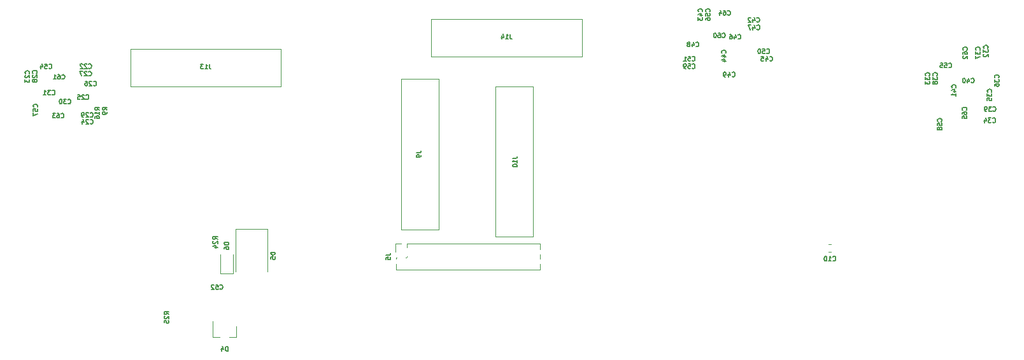
<source format=gbr>
G04 #@! TF.GenerationSoftware,KiCad,Pcbnew,5.1.0-unknown-c1c4a09~94~ubuntu18.04.1*
G04 #@! TF.CreationDate,2019-04-01T00:28:56+08:00*
G04 #@! TF.ProjectId,ovc3,6f766333-2e6b-4696-9361-645f70636258,rev?*
G04 #@! TF.SameCoordinates,Original*
G04 #@! TF.FileFunction,Legend,Bot*
G04 #@! TF.FilePolarity,Positive*
%FSLAX46Y46*%
G04 Gerber Fmt 4.6, Leading zero omitted, Abs format (unit mm)*
G04 Created by KiCad (PCBNEW 5.1.0-unknown-c1c4a09~94~ubuntu18.04.1) date 2019-04-01 00:28:56*
%MOMM*%
%LPD*%
G04 APERTURE LIST*
%ADD10C,0.120000*%
%ADD11C,0.150000*%
G04 APERTURE END LIST*
D10*
X111150000Y-108900000D02*
X111150000Y-106350000D01*
X109450000Y-108900000D02*
X109450000Y-106350000D01*
X111150000Y-108900000D02*
X109450000Y-108900000D01*
X111450000Y-102950000D02*
X111450000Y-108650000D01*
X115750000Y-102950000D02*
X115750000Y-108650000D01*
X111450000Y-102950000D02*
X115750000Y-102950000D01*
X111580000Y-117360000D02*
X111580000Y-115900000D01*
X108420000Y-117360000D02*
X108420000Y-115200000D01*
X108420000Y-117360000D02*
X109350000Y-117360000D01*
X111580000Y-117360000D02*
X110650000Y-117360000D01*
X132740000Y-104870000D02*
X132740000Y-106000000D01*
X133500000Y-104870000D02*
X132740000Y-104870000D01*
X132805000Y-107577530D02*
X132805000Y-108400000D01*
X132805000Y-106760000D02*
X132805000Y-106962470D01*
X132936529Y-106760000D02*
X132805000Y-106760000D01*
X134206529Y-106760000D02*
X134063471Y-106760000D01*
X134260000Y-106563471D02*
X134260000Y-106706529D01*
X134260000Y-104870000D02*
X134260000Y-105436529D01*
X132805000Y-108400000D02*
X151975000Y-108400000D01*
X134260000Y-104870000D02*
X151975000Y-104870000D01*
X151975000Y-106307530D02*
X151975000Y-106962470D01*
X151975000Y-107577530D02*
X151975000Y-108400000D01*
X151975000Y-104870000D02*
X151975000Y-105692470D01*
X157500000Y-80000000D02*
X137500000Y-80000000D01*
X157500000Y-75000000D02*
X157500000Y-80000000D01*
X137500000Y-75000000D02*
X137500000Y-80000000D01*
X157500000Y-75000000D02*
X137500000Y-75000000D01*
X117500000Y-84000000D02*
X97500000Y-84000000D01*
X117500000Y-79000000D02*
X117500000Y-84000000D01*
X97500000Y-79000000D02*
X97500000Y-84000000D01*
X117500000Y-79000000D02*
X97500000Y-79000000D01*
X146000000Y-104000000D02*
X146000000Y-84000000D01*
X151000000Y-104000000D02*
X146000000Y-104000000D01*
X151000000Y-84000000D02*
X146000000Y-84000000D01*
X151000000Y-104000000D02*
X151000000Y-84000000D01*
X138500000Y-83000000D02*
X138500000Y-103000000D01*
X133500000Y-83000000D02*
X138500000Y-83000000D01*
X133500000Y-103000000D02*
X138500000Y-103000000D01*
X133500000Y-83000000D02*
X133500000Y-103000000D01*
X190337221Y-104990000D02*
X190662779Y-104990000D01*
X190337221Y-106010000D02*
X190662779Y-106010000D01*
D11*
X110571428Y-104757142D02*
X109971428Y-104757142D01*
X109971428Y-104900000D01*
X110000000Y-104985714D01*
X110057142Y-105042857D01*
X110114285Y-105071428D01*
X110228571Y-105100000D01*
X110314285Y-105100000D01*
X110428571Y-105071428D01*
X110485714Y-105042857D01*
X110542857Y-104985714D01*
X110571428Y-104900000D01*
X110571428Y-104757142D01*
X109971428Y-105614285D02*
X109971428Y-105500000D01*
X110000000Y-105442857D01*
X110028571Y-105414285D01*
X110114285Y-105357142D01*
X110228571Y-105328571D01*
X110457142Y-105328571D01*
X110514285Y-105357142D01*
X110542857Y-105385714D01*
X110571428Y-105442857D01*
X110571428Y-105557142D01*
X110542857Y-105614285D01*
X110514285Y-105642857D01*
X110457142Y-105671428D01*
X110314285Y-105671428D01*
X110257142Y-105642857D01*
X110228571Y-105614285D01*
X110200000Y-105557142D01*
X110200000Y-105442857D01*
X110228571Y-105385714D01*
X110257142Y-105357142D01*
X110314285Y-105328571D01*
X102601428Y-114314285D02*
X102315714Y-114114285D01*
X102601428Y-113971428D02*
X102001428Y-113971428D01*
X102001428Y-114200000D01*
X102030000Y-114257142D01*
X102058571Y-114285714D01*
X102115714Y-114314285D01*
X102201428Y-114314285D01*
X102258571Y-114285714D01*
X102287142Y-114257142D01*
X102315714Y-114200000D01*
X102315714Y-113971428D01*
X102058571Y-114542857D02*
X102030000Y-114571428D01*
X102001428Y-114628571D01*
X102001428Y-114771428D01*
X102030000Y-114828571D01*
X102058571Y-114857142D01*
X102115714Y-114885714D01*
X102172857Y-114885714D01*
X102258571Y-114857142D01*
X102601428Y-114514285D01*
X102601428Y-114885714D01*
X102001428Y-115428571D02*
X102001428Y-115142857D01*
X102287142Y-115114285D01*
X102258571Y-115142857D01*
X102230000Y-115200000D01*
X102230000Y-115342857D01*
X102258571Y-115400000D01*
X102287142Y-115428571D01*
X102344285Y-115457142D01*
X102487142Y-115457142D01*
X102544285Y-115428571D01*
X102572857Y-115400000D01*
X102601428Y-115342857D01*
X102601428Y-115200000D01*
X102572857Y-115142857D01*
X102544285Y-115114285D01*
X109071428Y-104314285D02*
X108785714Y-104114285D01*
X109071428Y-103971428D02*
X108471428Y-103971428D01*
X108471428Y-104200000D01*
X108500000Y-104257142D01*
X108528571Y-104285714D01*
X108585714Y-104314285D01*
X108671428Y-104314285D01*
X108728571Y-104285714D01*
X108757142Y-104257142D01*
X108785714Y-104200000D01*
X108785714Y-103971428D01*
X108528571Y-104542857D02*
X108500000Y-104571428D01*
X108471428Y-104628571D01*
X108471428Y-104771428D01*
X108500000Y-104828571D01*
X108528571Y-104857142D01*
X108585714Y-104885714D01*
X108642857Y-104885714D01*
X108728571Y-104857142D01*
X109071428Y-104514285D01*
X109071428Y-104885714D01*
X108671428Y-105400000D02*
X109071428Y-105400000D01*
X108442857Y-105257142D02*
X108871428Y-105114285D01*
X108871428Y-105485714D01*
X109385714Y-110914285D02*
X109414285Y-110942857D01*
X109500000Y-110971428D01*
X109557142Y-110971428D01*
X109642857Y-110942857D01*
X109700000Y-110885714D01*
X109728571Y-110828571D01*
X109757142Y-110714285D01*
X109757142Y-110628571D01*
X109728571Y-110514285D01*
X109700000Y-110457142D01*
X109642857Y-110400000D01*
X109557142Y-110371428D01*
X109500000Y-110371428D01*
X109414285Y-110400000D01*
X109385714Y-110428571D01*
X108842857Y-110371428D02*
X109128571Y-110371428D01*
X109157142Y-110657142D01*
X109128571Y-110628571D01*
X109071428Y-110600000D01*
X108928571Y-110600000D01*
X108871428Y-110628571D01*
X108842857Y-110657142D01*
X108814285Y-110714285D01*
X108814285Y-110857142D01*
X108842857Y-110914285D01*
X108871428Y-110942857D01*
X108928571Y-110971428D01*
X109071428Y-110971428D01*
X109128571Y-110942857D01*
X109157142Y-110914285D01*
X108585714Y-110428571D02*
X108557142Y-110400000D01*
X108500000Y-110371428D01*
X108357142Y-110371428D01*
X108300000Y-110400000D01*
X108271428Y-110428571D01*
X108242857Y-110485714D01*
X108242857Y-110542857D01*
X108271428Y-110628571D01*
X108614285Y-110971428D01*
X108242857Y-110971428D01*
X116771428Y-106057142D02*
X116171428Y-106057142D01*
X116171428Y-106200000D01*
X116200000Y-106285714D01*
X116257142Y-106342857D01*
X116314285Y-106371428D01*
X116428571Y-106400000D01*
X116514285Y-106400000D01*
X116628571Y-106371428D01*
X116685714Y-106342857D01*
X116742857Y-106285714D01*
X116771428Y-106200000D01*
X116771428Y-106057142D01*
X116171428Y-106942857D02*
X116171428Y-106657142D01*
X116457142Y-106628571D01*
X116428571Y-106657142D01*
X116400000Y-106714285D01*
X116400000Y-106857142D01*
X116428571Y-106914285D01*
X116457142Y-106942857D01*
X116514285Y-106971428D01*
X116657142Y-106971428D01*
X116714285Y-106942857D01*
X116742857Y-106914285D01*
X116771428Y-106857142D01*
X116771428Y-106714285D01*
X116742857Y-106657142D01*
X116714285Y-106628571D01*
X110442857Y-119171428D02*
X110442857Y-118571428D01*
X110300000Y-118571428D01*
X110214285Y-118600000D01*
X110157142Y-118657142D01*
X110128571Y-118714285D01*
X110100000Y-118828571D01*
X110100000Y-118914285D01*
X110128571Y-119028571D01*
X110157142Y-119085714D01*
X110214285Y-119142857D01*
X110300000Y-119171428D01*
X110442857Y-119171428D01*
X109585714Y-118771428D02*
X109585714Y-119171428D01*
X109728571Y-118542857D02*
X109871428Y-118971428D01*
X109500000Y-118971428D01*
X131476428Y-106435000D02*
X131905000Y-106435000D01*
X131990714Y-106406428D01*
X132047857Y-106349285D01*
X132076428Y-106263571D01*
X132076428Y-106206428D01*
X131476428Y-107006428D02*
X131476428Y-106720714D01*
X131762142Y-106692142D01*
X131733571Y-106720714D01*
X131705000Y-106777857D01*
X131705000Y-106920714D01*
X131733571Y-106977857D01*
X131762142Y-107006428D01*
X131819285Y-107035000D01*
X131962142Y-107035000D01*
X132019285Y-107006428D01*
X132047857Y-106977857D01*
X132076428Y-106920714D01*
X132076428Y-106777857D01*
X132047857Y-106720714D01*
X132019285Y-106692142D01*
X147985714Y-77021428D02*
X147985714Y-77450000D01*
X148014285Y-77535714D01*
X148071428Y-77592857D01*
X148157142Y-77621428D01*
X148214285Y-77621428D01*
X147385714Y-77621428D02*
X147728571Y-77621428D01*
X147557142Y-77621428D02*
X147557142Y-77021428D01*
X147614285Y-77107142D01*
X147671428Y-77164285D01*
X147728571Y-77192857D01*
X146871428Y-77221428D02*
X146871428Y-77621428D01*
X147014285Y-76992857D02*
X147157142Y-77421428D01*
X146785714Y-77421428D01*
X107985714Y-81021428D02*
X107985714Y-81450000D01*
X108014285Y-81535714D01*
X108071428Y-81592857D01*
X108157142Y-81621428D01*
X108214285Y-81621428D01*
X107385714Y-81621428D02*
X107728571Y-81621428D01*
X107557142Y-81621428D02*
X107557142Y-81021428D01*
X107614285Y-81107142D01*
X107671428Y-81164285D01*
X107728571Y-81192857D01*
X107185714Y-81021428D02*
X106814285Y-81021428D01*
X107014285Y-81250000D01*
X106928571Y-81250000D01*
X106871428Y-81278571D01*
X106842857Y-81307142D01*
X106814285Y-81364285D01*
X106814285Y-81507142D01*
X106842857Y-81564285D01*
X106871428Y-81592857D01*
X106928571Y-81621428D01*
X107100000Y-81621428D01*
X107157142Y-81592857D01*
X107185714Y-81564285D01*
X148321428Y-93514285D02*
X148750000Y-93514285D01*
X148835714Y-93485714D01*
X148892857Y-93428571D01*
X148921428Y-93342857D01*
X148921428Y-93285714D01*
X148921428Y-94114285D02*
X148921428Y-93771428D01*
X148921428Y-93942857D02*
X148321428Y-93942857D01*
X148407142Y-93885714D01*
X148464285Y-93828571D01*
X148492857Y-93771428D01*
X148321428Y-94485714D02*
X148321428Y-94542857D01*
X148350000Y-94600000D01*
X148378571Y-94628571D01*
X148435714Y-94657142D01*
X148550000Y-94685714D01*
X148692857Y-94685714D01*
X148807142Y-94657142D01*
X148864285Y-94628571D01*
X148892857Y-94600000D01*
X148921428Y-94542857D01*
X148921428Y-94485714D01*
X148892857Y-94428571D01*
X148864285Y-94400000D01*
X148807142Y-94371428D01*
X148692857Y-94342857D01*
X148550000Y-94342857D01*
X148435714Y-94371428D01*
X148378571Y-94400000D01*
X148350000Y-94428571D01*
X148321428Y-94485714D01*
X178285714Y-77614285D02*
X178314285Y-77642857D01*
X178400000Y-77671428D01*
X178457142Y-77671428D01*
X178542857Y-77642857D01*
X178600000Y-77585714D01*
X178628571Y-77528571D01*
X178657142Y-77414285D01*
X178657142Y-77328571D01*
X178628571Y-77214285D01*
X178600000Y-77157142D01*
X178542857Y-77100000D01*
X178457142Y-77071428D01*
X178400000Y-77071428D01*
X178314285Y-77100000D01*
X178285714Y-77128571D01*
X177771428Y-77271428D02*
X177771428Y-77671428D01*
X177914285Y-77042857D02*
X178057142Y-77471428D01*
X177685714Y-77471428D01*
X177200000Y-77071428D02*
X177314285Y-77071428D01*
X177371428Y-77100000D01*
X177400000Y-77128571D01*
X177457142Y-77214285D01*
X177485714Y-77328571D01*
X177485714Y-77557142D01*
X177457142Y-77614285D01*
X177428571Y-77642857D01*
X177371428Y-77671428D01*
X177257142Y-77671428D01*
X177200000Y-77642857D01*
X177171428Y-77614285D01*
X177142857Y-77557142D01*
X177142857Y-77414285D01*
X177171428Y-77357142D01*
X177200000Y-77328571D01*
X177257142Y-77300000D01*
X177371428Y-77300000D01*
X177428571Y-77328571D01*
X177457142Y-77357142D01*
X177485714Y-77414285D01*
X93371428Y-87114285D02*
X93085714Y-86914285D01*
X93371428Y-86771428D02*
X92771428Y-86771428D01*
X92771428Y-87000000D01*
X92800000Y-87057142D01*
X92828571Y-87085714D01*
X92885714Y-87114285D01*
X92971428Y-87114285D01*
X93028571Y-87085714D01*
X93057142Y-87057142D01*
X93085714Y-87000000D01*
X93085714Y-86771428D01*
X93371428Y-87685714D02*
X93371428Y-87342857D01*
X93371428Y-87514285D02*
X92771428Y-87514285D01*
X92857142Y-87457142D01*
X92914285Y-87400000D01*
X92942857Y-87342857D01*
X92771428Y-88200000D02*
X92771428Y-88085714D01*
X92800000Y-88028571D01*
X92828571Y-88000000D01*
X92914285Y-87942857D01*
X93028571Y-87914285D01*
X93257142Y-87914285D01*
X93314285Y-87942857D01*
X93342857Y-87971428D01*
X93371428Y-88028571D01*
X93371428Y-88142857D01*
X93342857Y-88200000D01*
X93314285Y-88228571D01*
X93257142Y-88257142D01*
X93114285Y-88257142D01*
X93057142Y-88228571D01*
X93028571Y-88200000D01*
X93000000Y-88142857D01*
X93000000Y-88028571D01*
X93028571Y-87971428D01*
X93057142Y-87942857D01*
X93114285Y-87914285D01*
X94371428Y-87100000D02*
X94085714Y-86900000D01*
X94371428Y-86757142D02*
X93771428Y-86757142D01*
X93771428Y-86985714D01*
X93800000Y-87042857D01*
X93828571Y-87071428D01*
X93885714Y-87100000D01*
X93971428Y-87100000D01*
X94028571Y-87071428D01*
X94057142Y-87042857D01*
X94085714Y-86985714D01*
X94085714Y-86757142D01*
X94371428Y-87385714D02*
X94371428Y-87500000D01*
X94342857Y-87557142D01*
X94314285Y-87585714D01*
X94228571Y-87642857D01*
X94114285Y-87671428D01*
X93885714Y-87671428D01*
X93828571Y-87642857D01*
X93800000Y-87614285D01*
X93771428Y-87557142D01*
X93771428Y-87442857D01*
X93800000Y-87385714D01*
X93828571Y-87357142D01*
X93885714Y-87328571D01*
X94028571Y-87328571D01*
X94085714Y-87357142D01*
X94114285Y-87385714D01*
X94142857Y-87442857D01*
X94142857Y-87557142D01*
X94114285Y-87614285D01*
X94085714Y-87642857D01*
X94028571Y-87671428D01*
X135521428Y-92800000D02*
X135950000Y-92800000D01*
X136035714Y-92771428D01*
X136092857Y-92714285D01*
X136121428Y-92628571D01*
X136121428Y-92571428D01*
X136121428Y-93114285D02*
X136121428Y-93228571D01*
X136092857Y-93285714D01*
X136064285Y-93314285D01*
X135978571Y-93371428D01*
X135864285Y-93400000D01*
X135635714Y-93400000D01*
X135578571Y-93371428D01*
X135550000Y-93342857D01*
X135521428Y-93285714D01*
X135521428Y-93171428D01*
X135550000Y-93114285D01*
X135578571Y-93085714D01*
X135635714Y-93057142D01*
X135778571Y-93057142D01*
X135835714Y-93085714D01*
X135864285Y-93114285D01*
X135892857Y-93171428D01*
X135892857Y-93285714D01*
X135864285Y-93342857D01*
X135835714Y-93371428D01*
X135778571Y-93400000D01*
X190885714Y-107144285D02*
X190914285Y-107172857D01*
X191000000Y-107201428D01*
X191057142Y-107201428D01*
X191142857Y-107172857D01*
X191200000Y-107115714D01*
X191228571Y-107058571D01*
X191257142Y-106944285D01*
X191257142Y-106858571D01*
X191228571Y-106744285D01*
X191200000Y-106687142D01*
X191142857Y-106630000D01*
X191057142Y-106601428D01*
X191000000Y-106601428D01*
X190914285Y-106630000D01*
X190885714Y-106658571D01*
X190314285Y-107201428D02*
X190657142Y-107201428D01*
X190485714Y-107201428D02*
X190485714Y-106601428D01*
X190542857Y-106687142D01*
X190600000Y-106744285D01*
X190657142Y-106772857D01*
X189942857Y-106601428D02*
X189885714Y-106601428D01*
X189828571Y-106630000D01*
X189800000Y-106658571D01*
X189771428Y-106715714D01*
X189742857Y-106830000D01*
X189742857Y-106972857D01*
X189771428Y-107087142D01*
X189800000Y-107144285D01*
X189828571Y-107172857D01*
X189885714Y-107201428D01*
X189942857Y-107201428D01*
X190000000Y-107172857D01*
X190028571Y-107144285D01*
X190057142Y-107087142D01*
X190085714Y-106972857D01*
X190085714Y-106830000D01*
X190057142Y-106715714D01*
X190028571Y-106658571D01*
X190000000Y-106630000D01*
X189942857Y-106601428D01*
X88285714Y-88114285D02*
X88314285Y-88142857D01*
X88400000Y-88171428D01*
X88457142Y-88171428D01*
X88542857Y-88142857D01*
X88600000Y-88085714D01*
X88628571Y-88028571D01*
X88657142Y-87914285D01*
X88657142Y-87828571D01*
X88628571Y-87714285D01*
X88600000Y-87657142D01*
X88542857Y-87600000D01*
X88457142Y-87571428D01*
X88400000Y-87571428D01*
X88314285Y-87600000D01*
X88285714Y-87628571D01*
X87771428Y-87571428D02*
X87885714Y-87571428D01*
X87942857Y-87600000D01*
X87971428Y-87628571D01*
X88028571Y-87714285D01*
X88057142Y-87828571D01*
X88057142Y-88057142D01*
X88028571Y-88114285D01*
X88000000Y-88142857D01*
X87942857Y-88171428D01*
X87828571Y-88171428D01*
X87771428Y-88142857D01*
X87742857Y-88114285D01*
X87714285Y-88057142D01*
X87714285Y-87914285D01*
X87742857Y-87857142D01*
X87771428Y-87828571D01*
X87828571Y-87800000D01*
X87942857Y-87800000D01*
X88000000Y-87828571D01*
X88028571Y-87857142D01*
X88057142Y-87914285D01*
X87514285Y-87571428D02*
X87142857Y-87571428D01*
X87342857Y-87800000D01*
X87257142Y-87800000D01*
X87200000Y-87828571D01*
X87171428Y-87857142D01*
X87142857Y-87914285D01*
X87142857Y-88057142D01*
X87171428Y-88114285D01*
X87200000Y-88142857D01*
X87257142Y-88171428D01*
X87428571Y-88171428D01*
X87485714Y-88142857D01*
X87514285Y-88114285D01*
X208614285Y-87114285D02*
X208642857Y-87085714D01*
X208671428Y-87000000D01*
X208671428Y-86942857D01*
X208642857Y-86857142D01*
X208585714Y-86800000D01*
X208528571Y-86771428D01*
X208414285Y-86742857D01*
X208328571Y-86742857D01*
X208214285Y-86771428D01*
X208157142Y-86800000D01*
X208100000Y-86857142D01*
X208071428Y-86942857D01*
X208071428Y-87000000D01*
X208100000Y-87085714D01*
X208128571Y-87114285D01*
X208071428Y-87628571D02*
X208071428Y-87514285D01*
X208100000Y-87457142D01*
X208128571Y-87428571D01*
X208214285Y-87371428D01*
X208328571Y-87342857D01*
X208557142Y-87342857D01*
X208614285Y-87371428D01*
X208642857Y-87400000D01*
X208671428Y-87457142D01*
X208671428Y-87571428D01*
X208642857Y-87628571D01*
X208614285Y-87657142D01*
X208557142Y-87685714D01*
X208414285Y-87685714D01*
X208357142Y-87657142D01*
X208328571Y-87628571D01*
X208300000Y-87571428D01*
X208300000Y-87457142D01*
X208328571Y-87400000D01*
X208357142Y-87371428D01*
X208414285Y-87342857D01*
X208071428Y-88228571D02*
X208071428Y-87942857D01*
X208357142Y-87914285D01*
X208328571Y-87942857D01*
X208300000Y-88000000D01*
X208300000Y-88142857D01*
X208328571Y-88200000D01*
X208357142Y-88228571D01*
X208414285Y-88257142D01*
X208557142Y-88257142D01*
X208614285Y-88228571D01*
X208642857Y-88200000D01*
X208671428Y-88142857D01*
X208671428Y-88000000D01*
X208642857Y-87942857D01*
X208614285Y-87914285D01*
X176885714Y-74424285D02*
X176914285Y-74452857D01*
X177000000Y-74481428D01*
X177057142Y-74481428D01*
X177142857Y-74452857D01*
X177200000Y-74395714D01*
X177228571Y-74338571D01*
X177257142Y-74224285D01*
X177257142Y-74138571D01*
X177228571Y-74024285D01*
X177200000Y-73967142D01*
X177142857Y-73910000D01*
X177057142Y-73881428D01*
X177000000Y-73881428D01*
X176914285Y-73910000D01*
X176885714Y-73938571D01*
X176371428Y-73881428D02*
X176485714Y-73881428D01*
X176542857Y-73910000D01*
X176571428Y-73938571D01*
X176628571Y-74024285D01*
X176657142Y-74138571D01*
X176657142Y-74367142D01*
X176628571Y-74424285D01*
X176600000Y-74452857D01*
X176542857Y-74481428D01*
X176428571Y-74481428D01*
X176371428Y-74452857D01*
X176342857Y-74424285D01*
X176314285Y-74367142D01*
X176314285Y-74224285D01*
X176342857Y-74167142D01*
X176371428Y-74138571D01*
X176428571Y-74110000D01*
X176542857Y-74110000D01*
X176600000Y-74138571D01*
X176628571Y-74167142D01*
X176657142Y-74224285D01*
X175800000Y-74081428D02*
X175800000Y-74481428D01*
X175942857Y-73852857D02*
X176085714Y-74281428D01*
X175714285Y-74281428D01*
X208714285Y-79114285D02*
X208742857Y-79085714D01*
X208771428Y-79000000D01*
X208771428Y-78942857D01*
X208742857Y-78857142D01*
X208685714Y-78800000D01*
X208628571Y-78771428D01*
X208514285Y-78742857D01*
X208428571Y-78742857D01*
X208314285Y-78771428D01*
X208257142Y-78800000D01*
X208200000Y-78857142D01*
X208171428Y-78942857D01*
X208171428Y-79000000D01*
X208200000Y-79085714D01*
X208228571Y-79114285D01*
X208171428Y-79628571D02*
X208171428Y-79514285D01*
X208200000Y-79457142D01*
X208228571Y-79428571D01*
X208314285Y-79371428D01*
X208428571Y-79342857D01*
X208657142Y-79342857D01*
X208714285Y-79371428D01*
X208742857Y-79400000D01*
X208771428Y-79457142D01*
X208771428Y-79571428D01*
X208742857Y-79628571D01*
X208714285Y-79657142D01*
X208657142Y-79685714D01*
X208514285Y-79685714D01*
X208457142Y-79657142D01*
X208428571Y-79628571D01*
X208400000Y-79571428D01*
X208400000Y-79457142D01*
X208428571Y-79400000D01*
X208457142Y-79371428D01*
X208514285Y-79342857D01*
X208228571Y-79914285D02*
X208200000Y-79942857D01*
X208171428Y-80000000D01*
X208171428Y-80142857D01*
X208200000Y-80200000D01*
X208228571Y-80228571D01*
X208285714Y-80257142D01*
X208342857Y-80257142D01*
X208428571Y-80228571D01*
X208771428Y-79885714D01*
X208771428Y-80257142D01*
X88385714Y-82939285D02*
X88414285Y-82967857D01*
X88500000Y-82996428D01*
X88557142Y-82996428D01*
X88642857Y-82967857D01*
X88700000Y-82910714D01*
X88728571Y-82853571D01*
X88757142Y-82739285D01*
X88757142Y-82653571D01*
X88728571Y-82539285D01*
X88700000Y-82482142D01*
X88642857Y-82425000D01*
X88557142Y-82396428D01*
X88500000Y-82396428D01*
X88414285Y-82425000D01*
X88385714Y-82453571D01*
X87871428Y-82396428D02*
X87985714Y-82396428D01*
X88042857Y-82425000D01*
X88071428Y-82453571D01*
X88128571Y-82539285D01*
X88157142Y-82653571D01*
X88157142Y-82882142D01*
X88128571Y-82939285D01*
X88100000Y-82967857D01*
X88042857Y-82996428D01*
X87928571Y-82996428D01*
X87871428Y-82967857D01*
X87842857Y-82939285D01*
X87814285Y-82882142D01*
X87814285Y-82739285D01*
X87842857Y-82682142D01*
X87871428Y-82653571D01*
X87928571Y-82625000D01*
X88042857Y-82625000D01*
X88100000Y-82653571D01*
X88128571Y-82682142D01*
X88157142Y-82739285D01*
X87242857Y-82996428D02*
X87585714Y-82996428D01*
X87414285Y-82996428D02*
X87414285Y-82396428D01*
X87471428Y-82482142D01*
X87528571Y-82539285D01*
X87585714Y-82567857D01*
X176185714Y-77414285D02*
X176214285Y-77442857D01*
X176300000Y-77471428D01*
X176357142Y-77471428D01*
X176442857Y-77442857D01*
X176500000Y-77385714D01*
X176528571Y-77328571D01*
X176557142Y-77214285D01*
X176557142Y-77128571D01*
X176528571Y-77014285D01*
X176500000Y-76957142D01*
X176442857Y-76900000D01*
X176357142Y-76871428D01*
X176300000Y-76871428D01*
X176214285Y-76900000D01*
X176185714Y-76928571D01*
X175671428Y-76871428D02*
X175785714Y-76871428D01*
X175842857Y-76900000D01*
X175871428Y-76928571D01*
X175928571Y-77014285D01*
X175957142Y-77128571D01*
X175957142Y-77357142D01*
X175928571Y-77414285D01*
X175900000Y-77442857D01*
X175842857Y-77471428D01*
X175728571Y-77471428D01*
X175671428Y-77442857D01*
X175642857Y-77414285D01*
X175614285Y-77357142D01*
X175614285Y-77214285D01*
X175642857Y-77157142D01*
X175671428Y-77128571D01*
X175728571Y-77100000D01*
X175842857Y-77100000D01*
X175900000Y-77128571D01*
X175928571Y-77157142D01*
X175957142Y-77214285D01*
X175242857Y-76871428D02*
X175185714Y-76871428D01*
X175128571Y-76900000D01*
X175100000Y-76928571D01*
X175071428Y-76985714D01*
X175042857Y-77100000D01*
X175042857Y-77242857D01*
X175071428Y-77357142D01*
X175100000Y-77414285D01*
X175128571Y-77442857D01*
X175185714Y-77471428D01*
X175242857Y-77471428D01*
X175300000Y-77442857D01*
X175328571Y-77414285D01*
X175357142Y-77357142D01*
X175385714Y-77242857D01*
X175385714Y-77100000D01*
X175357142Y-76985714D01*
X175328571Y-76928571D01*
X175300000Y-76900000D01*
X175242857Y-76871428D01*
X172185714Y-81514285D02*
X172214285Y-81542857D01*
X172300000Y-81571428D01*
X172357142Y-81571428D01*
X172442857Y-81542857D01*
X172500000Y-81485714D01*
X172528571Y-81428571D01*
X172557142Y-81314285D01*
X172557142Y-81228571D01*
X172528571Y-81114285D01*
X172500000Y-81057142D01*
X172442857Y-81000000D01*
X172357142Y-80971428D01*
X172300000Y-80971428D01*
X172214285Y-81000000D01*
X172185714Y-81028571D01*
X171642857Y-80971428D02*
X171928571Y-80971428D01*
X171957142Y-81257142D01*
X171928571Y-81228571D01*
X171871428Y-81200000D01*
X171728571Y-81200000D01*
X171671428Y-81228571D01*
X171642857Y-81257142D01*
X171614285Y-81314285D01*
X171614285Y-81457142D01*
X171642857Y-81514285D01*
X171671428Y-81542857D01*
X171728571Y-81571428D01*
X171871428Y-81571428D01*
X171928571Y-81542857D01*
X171957142Y-81514285D01*
X171328571Y-81571428D02*
X171214285Y-81571428D01*
X171157142Y-81542857D01*
X171128571Y-81514285D01*
X171071428Y-81428571D01*
X171042857Y-81314285D01*
X171042857Y-81085714D01*
X171071428Y-81028571D01*
X171100000Y-81000000D01*
X171157142Y-80971428D01*
X171271428Y-80971428D01*
X171328571Y-81000000D01*
X171357142Y-81028571D01*
X171385714Y-81085714D01*
X171385714Y-81228571D01*
X171357142Y-81285714D01*
X171328571Y-81314285D01*
X171271428Y-81342857D01*
X171157142Y-81342857D01*
X171100000Y-81314285D01*
X171071428Y-81285714D01*
X171042857Y-81228571D01*
X205314285Y-88614285D02*
X205342857Y-88585714D01*
X205371428Y-88500000D01*
X205371428Y-88442857D01*
X205342857Y-88357142D01*
X205285714Y-88300000D01*
X205228571Y-88271428D01*
X205114285Y-88242857D01*
X205028571Y-88242857D01*
X204914285Y-88271428D01*
X204857142Y-88300000D01*
X204800000Y-88357142D01*
X204771428Y-88442857D01*
X204771428Y-88500000D01*
X204800000Y-88585714D01*
X204828571Y-88614285D01*
X204771428Y-89157142D02*
X204771428Y-88871428D01*
X205057142Y-88842857D01*
X205028571Y-88871428D01*
X205000000Y-88928571D01*
X205000000Y-89071428D01*
X205028571Y-89128571D01*
X205057142Y-89157142D01*
X205114285Y-89185714D01*
X205257142Y-89185714D01*
X205314285Y-89157142D01*
X205342857Y-89128571D01*
X205371428Y-89071428D01*
X205371428Y-88928571D01*
X205342857Y-88871428D01*
X205314285Y-88842857D01*
X205028571Y-89528571D02*
X205000000Y-89471428D01*
X204971428Y-89442857D01*
X204914285Y-89414285D01*
X204885714Y-89414285D01*
X204828571Y-89442857D01*
X204800000Y-89471428D01*
X204771428Y-89528571D01*
X204771428Y-89642857D01*
X204800000Y-89700000D01*
X204828571Y-89728571D01*
X204885714Y-89757142D01*
X204914285Y-89757142D01*
X204971428Y-89728571D01*
X205000000Y-89700000D01*
X205028571Y-89642857D01*
X205028571Y-89528571D01*
X205057142Y-89471428D01*
X205085714Y-89442857D01*
X205142857Y-89414285D01*
X205257142Y-89414285D01*
X205314285Y-89442857D01*
X205342857Y-89471428D01*
X205371428Y-89528571D01*
X205371428Y-89642857D01*
X205342857Y-89700000D01*
X205314285Y-89728571D01*
X205257142Y-89757142D01*
X205142857Y-89757142D01*
X205085714Y-89728571D01*
X205057142Y-89700000D01*
X205028571Y-89642857D01*
X85114285Y-86714285D02*
X85142857Y-86685714D01*
X85171428Y-86600000D01*
X85171428Y-86542857D01*
X85142857Y-86457142D01*
X85085714Y-86400000D01*
X85028571Y-86371428D01*
X84914285Y-86342857D01*
X84828571Y-86342857D01*
X84714285Y-86371428D01*
X84657142Y-86400000D01*
X84600000Y-86457142D01*
X84571428Y-86542857D01*
X84571428Y-86600000D01*
X84600000Y-86685714D01*
X84628571Y-86714285D01*
X84571428Y-87257142D02*
X84571428Y-86971428D01*
X84857142Y-86942857D01*
X84828571Y-86971428D01*
X84800000Y-87028571D01*
X84800000Y-87171428D01*
X84828571Y-87228571D01*
X84857142Y-87257142D01*
X84914285Y-87285714D01*
X85057142Y-87285714D01*
X85114285Y-87257142D01*
X85142857Y-87228571D01*
X85171428Y-87171428D01*
X85171428Y-87028571D01*
X85142857Y-86971428D01*
X85114285Y-86942857D01*
X84571428Y-87485714D02*
X84571428Y-87885714D01*
X85171428Y-87628571D01*
X174514285Y-74014285D02*
X174542857Y-73985714D01*
X174571428Y-73900000D01*
X174571428Y-73842857D01*
X174542857Y-73757142D01*
X174485714Y-73700000D01*
X174428571Y-73671428D01*
X174314285Y-73642857D01*
X174228571Y-73642857D01*
X174114285Y-73671428D01*
X174057142Y-73700000D01*
X174000000Y-73757142D01*
X173971428Y-73842857D01*
X173971428Y-73900000D01*
X174000000Y-73985714D01*
X174028571Y-74014285D01*
X173971428Y-74557142D02*
X173971428Y-74271428D01*
X174257142Y-74242857D01*
X174228571Y-74271428D01*
X174200000Y-74328571D01*
X174200000Y-74471428D01*
X174228571Y-74528571D01*
X174257142Y-74557142D01*
X174314285Y-74585714D01*
X174457142Y-74585714D01*
X174514285Y-74557142D01*
X174542857Y-74528571D01*
X174571428Y-74471428D01*
X174571428Y-74328571D01*
X174542857Y-74271428D01*
X174514285Y-74242857D01*
X173971428Y-75100000D02*
X173971428Y-74985714D01*
X174000000Y-74928571D01*
X174028571Y-74900000D01*
X174114285Y-74842857D01*
X174228571Y-74814285D01*
X174457142Y-74814285D01*
X174514285Y-74842857D01*
X174542857Y-74871428D01*
X174571428Y-74928571D01*
X174571428Y-75042857D01*
X174542857Y-75100000D01*
X174514285Y-75128571D01*
X174457142Y-75157142D01*
X174314285Y-75157142D01*
X174257142Y-75128571D01*
X174228571Y-75100000D01*
X174200000Y-75042857D01*
X174200000Y-74928571D01*
X174228571Y-74871428D01*
X174257142Y-74842857D01*
X174314285Y-74814285D01*
X206285714Y-81414285D02*
X206314285Y-81442857D01*
X206400000Y-81471428D01*
X206457142Y-81471428D01*
X206542857Y-81442857D01*
X206600000Y-81385714D01*
X206628571Y-81328571D01*
X206657142Y-81214285D01*
X206657142Y-81128571D01*
X206628571Y-81014285D01*
X206600000Y-80957142D01*
X206542857Y-80900000D01*
X206457142Y-80871428D01*
X206400000Y-80871428D01*
X206314285Y-80900000D01*
X206285714Y-80928571D01*
X205742857Y-80871428D02*
X206028571Y-80871428D01*
X206057142Y-81157142D01*
X206028571Y-81128571D01*
X205971428Y-81100000D01*
X205828571Y-81100000D01*
X205771428Y-81128571D01*
X205742857Y-81157142D01*
X205714285Y-81214285D01*
X205714285Y-81357142D01*
X205742857Y-81414285D01*
X205771428Y-81442857D01*
X205828571Y-81471428D01*
X205971428Y-81471428D01*
X206028571Y-81442857D01*
X206057142Y-81414285D01*
X205171428Y-80871428D02*
X205457142Y-80871428D01*
X205485714Y-81157142D01*
X205457142Y-81128571D01*
X205400000Y-81100000D01*
X205257142Y-81100000D01*
X205200000Y-81128571D01*
X205171428Y-81157142D01*
X205142857Y-81214285D01*
X205142857Y-81357142D01*
X205171428Y-81414285D01*
X205200000Y-81442857D01*
X205257142Y-81471428D01*
X205400000Y-81471428D01*
X205457142Y-81442857D01*
X205485714Y-81414285D01*
X86660714Y-81539285D02*
X86689285Y-81567857D01*
X86775000Y-81596428D01*
X86832142Y-81596428D01*
X86917857Y-81567857D01*
X86975000Y-81510714D01*
X87003571Y-81453571D01*
X87032142Y-81339285D01*
X87032142Y-81253571D01*
X87003571Y-81139285D01*
X86975000Y-81082142D01*
X86917857Y-81025000D01*
X86832142Y-80996428D01*
X86775000Y-80996428D01*
X86689285Y-81025000D01*
X86660714Y-81053571D01*
X86117857Y-80996428D02*
X86403571Y-80996428D01*
X86432142Y-81282142D01*
X86403571Y-81253571D01*
X86346428Y-81225000D01*
X86203571Y-81225000D01*
X86146428Y-81253571D01*
X86117857Y-81282142D01*
X86089285Y-81339285D01*
X86089285Y-81482142D01*
X86117857Y-81539285D01*
X86146428Y-81567857D01*
X86203571Y-81596428D01*
X86346428Y-81596428D01*
X86403571Y-81567857D01*
X86432142Y-81539285D01*
X85575000Y-81196428D02*
X85575000Y-81596428D01*
X85717857Y-80967857D02*
X85860714Y-81396428D01*
X85489285Y-81396428D01*
X212914285Y-82814285D02*
X212942857Y-82785714D01*
X212971428Y-82700000D01*
X212971428Y-82642857D01*
X212942857Y-82557142D01*
X212885714Y-82500000D01*
X212828571Y-82471428D01*
X212714285Y-82442857D01*
X212628571Y-82442857D01*
X212514285Y-82471428D01*
X212457142Y-82500000D01*
X212400000Y-82557142D01*
X212371428Y-82642857D01*
X212371428Y-82700000D01*
X212400000Y-82785714D01*
X212428571Y-82814285D01*
X212371428Y-83014285D02*
X212371428Y-83385714D01*
X212600000Y-83185714D01*
X212600000Y-83271428D01*
X212628571Y-83328571D01*
X212657142Y-83357142D01*
X212714285Y-83385714D01*
X212857142Y-83385714D01*
X212914285Y-83357142D01*
X212942857Y-83328571D01*
X212971428Y-83271428D01*
X212971428Y-83100000D01*
X212942857Y-83042857D01*
X212914285Y-83014285D01*
X212371428Y-83900000D02*
X212371428Y-83785714D01*
X212400000Y-83728571D01*
X212428571Y-83700000D01*
X212514285Y-83642857D01*
X212628571Y-83614285D01*
X212857142Y-83614285D01*
X212914285Y-83642857D01*
X212942857Y-83671428D01*
X212971428Y-83728571D01*
X212971428Y-83842857D01*
X212942857Y-83900000D01*
X212914285Y-83928571D01*
X212857142Y-83957142D01*
X212714285Y-83957142D01*
X212657142Y-83928571D01*
X212628571Y-83900000D01*
X212600000Y-83842857D01*
X212600000Y-83728571D01*
X212628571Y-83671428D01*
X212657142Y-83642857D01*
X212714285Y-83614285D01*
X172185714Y-80514285D02*
X172214285Y-80542857D01*
X172300000Y-80571428D01*
X172357142Y-80571428D01*
X172442857Y-80542857D01*
X172500000Y-80485714D01*
X172528571Y-80428571D01*
X172557142Y-80314285D01*
X172557142Y-80228571D01*
X172528571Y-80114285D01*
X172500000Y-80057142D01*
X172442857Y-80000000D01*
X172357142Y-79971428D01*
X172300000Y-79971428D01*
X172214285Y-80000000D01*
X172185714Y-80028571D01*
X171642857Y-79971428D02*
X171928571Y-79971428D01*
X171957142Y-80257142D01*
X171928571Y-80228571D01*
X171871428Y-80200000D01*
X171728571Y-80200000D01*
X171671428Y-80228571D01*
X171642857Y-80257142D01*
X171614285Y-80314285D01*
X171614285Y-80457142D01*
X171642857Y-80514285D01*
X171671428Y-80542857D01*
X171728571Y-80571428D01*
X171871428Y-80571428D01*
X171928571Y-80542857D01*
X171957142Y-80514285D01*
X171042857Y-80571428D02*
X171385714Y-80571428D01*
X171214285Y-80571428D02*
X171214285Y-79971428D01*
X171271428Y-80057142D01*
X171328571Y-80114285D01*
X171385714Y-80142857D01*
X182085714Y-79514285D02*
X182114285Y-79542857D01*
X182200000Y-79571428D01*
X182257142Y-79571428D01*
X182342857Y-79542857D01*
X182400000Y-79485714D01*
X182428571Y-79428571D01*
X182457142Y-79314285D01*
X182457142Y-79228571D01*
X182428571Y-79114285D01*
X182400000Y-79057142D01*
X182342857Y-79000000D01*
X182257142Y-78971428D01*
X182200000Y-78971428D01*
X182114285Y-79000000D01*
X182085714Y-79028571D01*
X181542857Y-78971428D02*
X181828571Y-78971428D01*
X181857142Y-79257142D01*
X181828571Y-79228571D01*
X181771428Y-79200000D01*
X181628571Y-79200000D01*
X181571428Y-79228571D01*
X181542857Y-79257142D01*
X181514285Y-79314285D01*
X181514285Y-79457142D01*
X181542857Y-79514285D01*
X181571428Y-79542857D01*
X181628571Y-79571428D01*
X181771428Y-79571428D01*
X181828571Y-79542857D01*
X181857142Y-79514285D01*
X181142857Y-78971428D02*
X181085714Y-78971428D01*
X181028571Y-79000000D01*
X181000000Y-79028571D01*
X180971428Y-79085714D01*
X180942857Y-79200000D01*
X180942857Y-79342857D01*
X180971428Y-79457142D01*
X181000000Y-79514285D01*
X181028571Y-79542857D01*
X181085714Y-79571428D01*
X181142857Y-79571428D01*
X181200000Y-79542857D01*
X181228571Y-79514285D01*
X181257142Y-79457142D01*
X181285714Y-79342857D01*
X181285714Y-79200000D01*
X181257142Y-79085714D01*
X181228571Y-79028571D01*
X181200000Y-79000000D01*
X181142857Y-78971428D01*
X177485714Y-82614285D02*
X177514285Y-82642857D01*
X177600000Y-82671428D01*
X177657142Y-82671428D01*
X177742857Y-82642857D01*
X177800000Y-82585714D01*
X177828571Y-82528571D01*
X177857142Y-82414285D01*
X177857142Y-82328571D01*
X177828571Y-82214285D01*
X177800000Y-82157142D01*
X177742857Y-82100000D01*
X177657142Y-82071428D01*
X177600000Y-82071428D01*
X177514285Y-82100000D01*
X177485714Y-82128571D01*
X176971428Y-82271428D02*
X176971428Y-82671428D01*
X177114285Y-82042857D02*
X177257142Y-82471428D01*
X176885714Y-82471428D01*
X176628571Y-82671428D02*
X176514285Y-82671428D01*
X176457142Y-82642857D01*
X176428571Y-82614285D01*
X176371428Y-82528571D01*
X176342857Y-82414285D01*
X176342857Y-82185714D01*
X176371428Y-82128571D01*
X176400000Y-82100000D01*
X176457142Y-82071428D01*
X176571428Y-82071428D01*
X176628571Y-82100000D01*
X176657142Y-82128571D01*
X176685714Y-82185714D01*
X176685714Y-82328571D01*
X176657142Y-82385714D01*
X176628571Y-82414285D01*
X176571428Y-82442857D01*
X176457142Y-82442857D01*
X176400000Y-82414285D01*
X176371428Y-82385714D01*
X176342857Y-82328571D01*
X172685714Y-78614285D02*
X172714285Y-78642857D01*
X172800000Y-78671428D01*
X172857142Y-78671428D01*
X172942857Y-78642857D01*
X173000000Y-78585714D01*
X173028571Y-78528571D01*
X173057142Y-78414285D01*
X173057142Y-78328571D01*
X173028571Y-78214285D01*
X173000000Y-78157142D01*
X172942857Y-78100000D01*
X172857142Y-78071428D01*
X172800000Y-78071428D01*
X172714285Y-78100000D01*
X172685714Y-78128571D01*
X172171428Y-78271428D02*
X172171428Y-78671428D01*
X172314285Y-78042857D02*
X172457142Y-78471428D01*
X172085714Y-78471428D01*
X171771428Y-78328571D02*
X171828571Y-78300000D01*
X171857142Y-78271428D01*
X171885714Y-78214285D01*
X171885714Y-78185714D01*
X171857142Y-78128571D01*
X171828571Y-78100000D01*
X171771428Y-78071428D01*
X171657142Y-78071428D01*
X171600000Y-78100000D01*
X171571428Y-78128571D01*
X171542857Y-78185714D01*
X171542857Y-78214285D01*
X171571428Y-78271428D01*
X171600000Y-78300000D01*
X171657142Y-78328571D01*
X171771428Y-78328571D01*
X171828571Y-78357142D01*
X171857142Y-78385714D01*
X171885714Y-78442857D01*
X171885714Y-78557142D01*
X171857142Y-78614285D01*
X171828571Y-78642857D01*
X171771428Y-78671428D01*
X171657142Y-78671428D01*
X171600000Y-78642857D01*
X171571428Y-78614285D01*
X171542857Y-78557142D01*
X171542857Y-78442857D01*
X171571428Y-78385714D01*
X171600000Y-78357142D01*
X171657142Y-78328571D01*
X180780715Y-76349284D02*
X180809286Y-76377856D01*
X180895001Y-76406427D01*
X180952143Y-76406427D01*
X181037858Y-76377856D01*
X181095001Y-76320713D01*
X181123572Y-76263570D01*
X181152143Y-76149284D01*
X181152143Y-76063570D01*
X181123572Y-75949284D01*
X181095001Y-75892141D01*
X181037858Y-75834999D01*
X180952143Y-75806427D01*
X180895001Y-75806427D01*
X180809286Y-75834999D01*
X180780715Y-75863570D01*
X180266429Y-76006427D02*
X180266429Y-76406427D01*
X180409286Y-75777856D02*
X180552143Y-76206427D01*
X180180715Y-76206427D01*
X180009286Y-75806427D02*
X179609286Y-75806427D01*
X179866429Y-76406427D01*
X182485714Y-80514285D02*
X182514285Y-80542857D01*
X182600000Y-80571428D01*
X182657142Y-80571428D01*
X182742857Y-80542857D01*
X182800000Y-80485714D01*
X182828571Y-80428571D01*
X182857142Y-80314285D01*
X182857142Y-80228571D01*
X182828571Y-80114285D01*
X182800000Y-80057142D01*
X182742857Y-80000000D01*
X182657142Y-79971428D01*
X182600000Y-79971428D01*
X182514285Y-80000000D01*
X182485714Y-80028571D01*
X181971428Y-80171428D02*
X181971428Y-80571428D01*
X182114285Y-79942857D02*
X182257142Y-80371428D01*
X181885714Y-80371428D01*
X181371428Y-79971428D02*
X181657142Y-79971428D01*
X181685714Y-80257142D01*
X181657142Y-80228571D01*
X181600000Y-80200000D01*
X181457142Y-80200000D01*
X181400000Y-80228571D01*
X181371428Y-80257142D01*
X181342857Y-80314285D01*
X181342857Y-80457142D01*
X181371428Y-80514285D01*
X181400000Y-80542857D01*
X181457142Y-80571428D01*
X181600000Y-80571428D01*
X181657142Y-80542857D01*
X181685714Y-80514285D01*
X176614285Y-79514285D02*
X176642857Y-79485714D01*
X176671428Y-79400000D01*
X176671428Y-79342857D01*
X176642857Y-79257142D01*
X176585714Y-79200000D01*
X176528571Y-79171428D01*
X176414285Y-79142857D01*
X176328571Y-79142857D01*
X176214285Y-79171428D01*
X176157142Y-79200000D01*
X176100000Y-79257142D01*
X176071428Y-79342857D01*
X176071428Y-79400000D01*
X176100000Y-79485714D01*
X176128571Y-79514285D01*
X176271428Y-80028571D02*
X176671428Y-80028571D01*
X176042857Y-79885714D02*
X176471428Y-79742857D01*
X176471428Y-80114285D01*
X176271428Y-80600000D02*
X176671428Y-80600000D01*
X176042857Y-80457142D02*
X176471428Y-80314285D01*
X176471428Y-80685714D01*
X173514285Y-74014285D02*
X173542857Y-73985714D01*
X173571428Y-73900000D01*
X173571428Y-73842857D01*
X173542857Y-73757142D01*
X173485714Y-73700000D01*
X173428571Y-73671428D01*
X173314285Y-73642857D01*
X173228571Y-73642857D01*
X173114285Y-73671428D01*
X173057142Y-73700000D01*
X173000000Y-73757142D01*
X172971428Y-73842857D01*
X172971428Y-73900000D01*
X173000000Y-73985714D01*
X173028571Y-74014285D01*
X173171428Y-74528571D02*
X173571428Y-74528571D01*
X172942857Y-74385714D02*
X173371428Y-74242857D01*
X173371428Y-74614285D01*
X172971428Y-74785714D02*
X172971428Y-75157142D01*
X173200000Y-74957142D01*
X173200000Y-75042857D01*
X173228571Y-75100000D01*
X173257142Y-75128571D01*
X173314285Y-75157142D01*
X173457142Y-75157142D01*
X173514285Y-75128571D01*
X173542857Y-75100000D01*
X173571428Y-75042857D01*
X173571428Y-74871428D01*
X173542857Y-74814285D01*
X173514285Y-74785714D01*
X180760715Y-75359284D02*
X180789286Y-75387856D01*
X180875001Y-75416427D01*
X180932143Y-75416427D01*
X181017858Y-75387856D01*
X181075001Y-75330713D01*
X181103572Y-75273570D01*
X181132143Y-75159284D01*
X181132143Y-75073570D01*
X181103572Y-74959284D01*
X181075001Y-74902141D01*
X181017858Y-74844999D01*
X180932143Y-74816427D01*
X180875001Y-74816427D01*
X180789286Y-74844999D01*
X180760715Y-74873570D01*
X180246429Y-75016427D02*
X180246429Y-75416427D01*
X180389286Y-74787856D02*
X180532143Y-75216427D01*
X180160715Y-75216427D01*
X179960715Y-74873570D02*
X179932143Y-74844999D01*
X179875001Y-74816427D01*
X179732143Y-74816427D01*
X179675001Y-74844999D01*
X179646429Y-74873570D01*
X179617858Y-74930713D01*
X179617858Y-74987856D01*
X179646429Y-75073570D01*
X179989286Y-75416427D01*
X179617858Y-75416427D01*
X207214285Y-84114285D02*
X207242857Y-84085714D01*
X207271428Y-84000000D01*
X207271428Y-83942857D01*
X207242857Y-83857142D01*
X207185714Y-83800000D01*
X207128571Y-83771428D01*
X207014285Y-83742857D01*
X206928571Y-83742857D01*
X206814285Y-83771428D01*
X206757142Y-83800000D01*
X206700000Y-83857142D01*
X206671428Y-83942857D01*
X206671428Y-84000000D01*
X206700000Y-84085714D01*
X206728571Y-84114285D01*
X206871428Y-84628571D02*
X207271428Y-84628571D01*
X206642857Y-84485714D02*
X207071428Y-84342857D01*
X207071428Y-84714285D01*
X207271428Y-85257142D02*
X207271428Y-84914285D01*
X207271428Y-85085714D02*
X206671428Y-85085714D01*
X206757142Y-85028571D01*
X206814285Y-84971428D01*
X206842857Y-84914285D01*
X209285714Y-83414285D02*
X209314285Y-83442857D01*
X209400000Y-83471428D01*
X209457142Y-83471428D01*
X209542857Y-83442857D01*
X209600000Y-83385714D01*
X209628571Y-83328571D01*
X209657142Y-83214285D01*
X209657142Y-83128571D01*
X209628571Y-83014285D01*
X209600000Y-82957142D01*
X209542857Y-82900000D01*
X209457142Y-82871428D01*
X209400000Y-82871428D01*
X209314285Y-82900000D01*
X209285714Y-82928571D01*
X208771428Y-83071428D02*
X208771428Y-83471428D01*
X208914285Y-82842857D02*
X209057142Y-83271428D01*
X208685714Y-83271428D01*
X208342857Y-82871428D02*
X208285714Y-82871428D01*
X208228571Y-82900000D01*
X208200000Y-82928571D01*
X208171428Y-82985714D01*
X208142857Y-83100000D01*
X208142857Y-83242857D01*
X208171428Y-83357142D01*
X208200000Y-83414285D01*
X208228571Y-83442857D01*
X208285714Y-83471428D01*
X208342857Y-83471428D01*
X208400000Y-83442857D01*
X208428571Y-83414285D01*
X208457142Y-83357142D01*
X208485714Y-83242857D01*
X208485714Y-83100000D01*
X208457142Y-82985714D01*
X208428571Y-82928571D01*
X208400000Y-82900000D01*
X208342857Y-82871428D01*
X212185714Y-87214285D02*
X212214285Y-87242857D01*
X212300000Y-87271428D01*
X212357142Y-87271428D01*
X212442857Y-87242857D01*
X212500000Y-87185714D01*
X212528571Y-87128571D01*
X212557142Y-87014285D01*
X212557142Y-86928571D01*
X212528571Y-86814285D01*
X212500000Y-86757142D01*
X212442857Y-86700000D01*
X212357142Y-86671428D01*
X212300000Y-86671428D01*
X212214285Y-86700000D01*
X212185714Y-86728571D01*
X211985714Y-86671428D02*
X211614285Y-86671428D01*
X211814285Y-86900000D01*
X211728571Y-86900000D01*
X211671428Y-86928571D01*
X211642857Y-86957142D01*
X211614285Y-87014285D01*
X211614285Y-87157142D01*
X211642857Y-87214285D01*
X211671428Y-87242857D01*
X211728571Y-87271428D01*
X211900000Y-87271428D01*
X211957142Y-87242857D01*
X211985714Y-87214285D01*
X211328571Y-87271428D02*
X211214285Y-87271428D01*
X211157142Y-87242857D01*
X211128571Y-87214285D01*
X211071428Y-87128571D01*
X211042857Y-87014285D01*
X211042857Y-86785714D01*
X211071428Y-86728571D01*
X211100000Y-86700000D01*
X211157142Y-86671428D01*
X211271428Y-86671428D01*
X211328571Y-86700000D01*
X211357142Y-86728571D01*
X211385714Y-86785714D01*
X211385714Y-86928571D01*
X211357142Y-86985714D01*
X211328571Y-87014285D01*
X211271428Y-87042857D01*
X211157142Y-87042857D01*
X211100000Y-87014285D01*
X211071428Y-86985714D01*
X211042857Y-86928571D01*
X204714285Y-82514285D02*
X204742857Y-82485714D01*
X204771428Y-82400000D01*
X204771428Y-82342857D01*
X204742857Y-82257142D01*
X204685714Y-82200000D01*
X204628571Y-82171428D01*
X204514285Y-82142857D01*
X204428571Y-82142857D01*
X204314285Y-82171428D01*
X204257142Y-82200000D01*
X204200000Y-82257142D01*
X204171428Y-82342857D01*
X204171428Y-82400000D01*
X204200000Y-82485714D01*
X204228571Y-82514285D01*
X204171428Y-82714285D02*
X204171428Y-83085714D01*
X204400000Y-82885714D01*
X204400000Y-82971428D01*
X204428571Y-83028571D01*
X204457142Y-83057142D01*
X204514285Y-83085714D01*
X204657142Y-83085714D01*
X204714285Y-83057142D01*
X204742857Y-83028571D01*
X204771428Y-82971428D01*
X204771428Y-82800000D01*
X204742857Y-82742857D01*
X204714285Y-82714285D01*
X204428571Y-83428571D02*
X204400000Y-83371428D01*
X204371428Y-83342857D01*
X204314285Y-83314285D01*
X204285714Y-83314285D01*
X204228571Y-83342857D01*
X204200000Y-83371428D01*
X204171428Y-83428571D01*
X204171428Y-83542857D01*
X204200000Y-83600000D01*
X204228571Y-83628571D01*
X204285714Y-83657142D01*
X204314285Y-83657142D01*
X204371428Y-83628571D01*
X204400000Y-83600000D01*
X204428571Y-83542857D01*
X204428571Y-83428571D01*
X204457142Y-83371428D01*
X204485714Y-83342857D01*
X204542857Y-83314285D01*
X204657142Y-83314285D01*
X204714285Y-83342857D01*
X204742857Y-83371428D01*
X204771428Y-83428571D01*
X204771428Y-83542857D01*
X204742857Y-83600000D01*
X204714285Y-83628571D01*
X204657142Y-83657142D01*
X204542857Y-83657142D01*
X204485714Y-83628571D01*
X204457142Y-83600000D01*
X204428571Y-83542857D01*
X210414285Y-79114285D02*
X210442857Y-79085714D01*
X210471428Y-79000000D01*
X210471428Y-78942857D01*
X210442857Y-78857142D01*
X210385714Y-78800000D01*
X210328571Y-78771428D01*
X210214285Y-78742857D01*
X210128571Y-78742857D01*
X210014285Y-78771428D01*
X209957142Y-78800000D01*
X209900000Y-78857142D01*
X209871428Y-78942857D01*
X209871428Y-79000000D01*
X209900000Y-79085714D01*
X209928571Y-79114285D01*
X209871428Y-79314285D02*
X209871428Y-79685714D01*
X210100000Y-79485714D01*
X210100000Y-79571428D01*
X210128571Y-79628571D01*
X210157142Y-79657142D01*
X210214285Y-79685714D01*
X210357142Y-79685714D01*
X210414285Y-79657142D01*
X210442857Y-79628571D01*
X210471428Y-79571428D01*
X210471428Y-79400000D01*
X210442857Y-79342857D01*
X210414285Y-79314285D01*
X209871428Y-79885714D02*
X209871428Y-80285714D01*
X210471428Y-80028571D01*
X211964285Y-84714285D02*
X211992857Y-84685714D01*
X212021428Y-84600000D01*
X212021428Y-84542857D01*
X211992857Y-84457142D01*
X211935714Y-84400000D01*
X211878571Y-84371428D01*
X211764285Y-84342857D01*
X211678571Y-84342857D01*
X211564285Y-84371428D01*
X211507142Y-84400000D01*
X211450000Y-84457142D01*
X211421428Y-84542857D01*
X211421428Y-84600000D01*
X211450000Y-84685714D01*
X211478571Y-84714285D01*
X211421428Y-84914285D02*
X211421428Y-85285714D01*
X211650000Y-85085714D01*
X211650000Y-85171428D01*
X211678571Y-85228571D01*
X211707142Y-85257142D01*
X211764285Y-85285714D01*
X211907142Y-85285714D01*
X211964285Y-85257142D01*
X211992857Y-85228571D01*
X212021428Y-85171428D01*
X212021428Y-85000000D01*
X211992857Y-84942857D01*
X211964285Y-84914285D01*
X211421428Y-85828571D02*
X211421428Y-85542857D01*
X211707142Y-85514285D01*
X211678571Y-85542857D01*
X211650000Y-85600000D01*
X211650000Y-85742857D01*
X211678571Y-85800000D01*
X211707142Y-85828571D01*
X211764285Y-85857142D01*
X211907142Y-85857142D01*
X211964285Y-85828571D01*
X211992857Y-85800000D01*
X212021428Y-85742857D01*
X212021428Y-85600000D01*
X211992857Y-85542857D01*
X211964285Y-85514285D01*
X212135714Y-88714285D02*
X212164285Y-88742857D01*
X212250000Y-88771428D01*
X212307142Y-88771428D01*
X212392857Y-88742857D01*
X212450000Y-88685714D01*
X212478571Y-88628571D01*
X212507142Y-88514285D01*
X212507142Y-88428571D01*
X212478571Y-88314285D01*
X212450000Y-88257142D01*
X212392857Y-88200000D01*
X212307142Y-88171428D01*
X212250000Y-88171428D01*
X212164285Y-88200000D01*
X212135714Y-88228571D01*
X211935714Y-88171428D02*
X211564285Y-88171428D01*
X211764285Y-88400000D01*
X211678571Y-88400000D01*
X211621428Y-88428571D01*
X211592857Y-88457142D01*
X211564285Y-88514285D01*
X211564285Y-88657142D01*
X211592857Y-88714285D01*
X211621428Y-88742857D01*
X211678571Y-88771428D01*
X211850000Y-88771428D01*
X211907142Y-88742857D01*
X211935714Y-88714285D01*
X211050000Y-88371428D02*
X211050000Y-88771428D01*
X211192857Y-88142857D02*
X211335714Y-88571428D01*
X210964285Y-88571428D01*
X203714285Y-82514285D02*
X203742857Y-82485714D01*
X203771428Y-82400000D01*
X203771428Y-82342857D01*
X203742857Y-82257142D01*
X203685714Y-82200000D01*
X203628571Y-82171428D01*
X203514285Y-82142857D01*
X203428571Y-82142857D01*
X203314285Y-82171428D01*
X203257142Y-82200000D01*
X203200000Y-82257142D01*
X203171428Y-82342857D01*
X203171428Y-82400000D01*
X203200000Y-82485714D01*
X203228571Y-82514285D01*
X203171428Y-82714285D02*
X203171428Y-83085714D01*
X203400000Y-82885714D01*
X203400000Y-82971428D01*
X203428571Y-83028571D01*
X203457142Y-83057142D01*
X203514285Y-83085714D01*
X203657142Y-83085714D01*
X203714285Y-83057142D01*
X203742857Y-83028571D01*
X203771428Y-82971428D01*
X203771428Y-82800000D01*
X203742857Y-82742857D01*
X203714285Y-82714285D01*
X203171428Y-83285714D02*
X203171428Y-83657142D01*
X203400000Y-83457142D01*
X203400000Y-83542857D01*
X203428571Y-83600000D01*
X203457142Y-83628571D01*
X203514285Y-83657142D01*
X203657142Y-83657142D01*
X203714285Y-83628571D01*
X203742857Y-83600000D01*
X203771428Y-83542857D01*
X203771428Y-83371428D01*
X203742857Y-83314285D01*
X203714285Y-83285714D01*
X211464285Y-78864285D02*
X211492857Y-78835714D01*
X211521428Y-78750000D01*
X211521428Y-78692857D01*
X211492857Y-78607142D01*
X211435714Y-78550000D01*
X211378571Y-78521428D01*
X211264285Y-78492857D01*
X211178571Y-78492857D01*
X211064285Y-78521428D01*
X211007142Y-78550000D01*
X210950000Y-78607142D01*
X210921428Y-78692857D01*
X210921428Y-78750000D01*
X210950000Y-78835714D01*
X210978571Y-78864285D01*
X210921428Y-79064285D02*
X210921428Y-79435714D01*
X211150000Y-79235714D01*
X211150000Y-79321428D01*
X211178571Y-79378571D01*
X211207142Y-79407142D01*
X211264285Y-79435714D01*
X211407142Y-79435714D01*
X211464285Y-79407142D01*
X211492857Y-79378571D01*
X211521428Y-79321428D01*
X211521428Y-79150000D01*
X211492857Y-79092857D01*
X211464285Y-79064285D01*
X210978571Y-79664285D02*
X210950000Y-79692857D01*
X210921428Y-79750000D01*
X210921428Y-79892857D01*
X210950000Y-79950000D01*
X210978571Y-79978571D01*
X211035714Y-80007142D01*
X211092857Y-80007142D01*
X211178571Y-79978571D01*
X211521428Y-79635714D01*
X211521428Y-80007142D01*
X87085714Y-85014285D02*
X87114285Y-85042857D01*
X87200000Y-85071428D01*
X87257142Y-85071428D01*
X87342857Y-85042857D01*
X87400000Y-84985714D01*
X87428571Y-84928571D01*
X87457142Y-84814285D01*
X87457142Y-84728571D01*
X87428571Y-84614285D01*
X87400000Y-84557142D01*
X87342857Y-84500000D01*
X87257142Y-84471428D01*
X87200000Y-84471428D01*
X87114285Y-84500000D01*
X87085714Y-84528571D01*
X86885714Y-84471428D02*
X86514285Y-84471428D01*
X86714285Y-84700000D01*
X86628571Y-84700000D01*
X86571428Y-84728571D01*
X86542857Y-84757142D01*
X86514285Y-84814285D01*
X86514285Y-84957142D01*
X86542857Y-85014285D01*
X86571428Y-85042857D01*
X86628571Y-85071428D01*
X86800000Y-85071428D01*
X86857142Y-85042857D01*
X86885714Y-85014285D01*
X85942857Y-85071428D02*
X86285714Y-85071428D01*
X86114285Y-85071428D02*
X86114285Y-84471428D01*
X86171428Y-84557142D01*
X86228571Y-84614285D01*
X86285714Y-84642857D01*
X89185714Y-86214285D02*
X89214285Y-86242857D01*
X89300000Y-86271428D01*
X89357142Y-86271428D01*
X89442857Y-86242857D01*
X89500000Y-86185714D01*
X89528571Y-86128571D01*
X89557142Y-86014285D01*
X89557142Y-85928571D01*
X89528571Y-85814285D01*
X89500000Y-85757142D01*
X89442857Y-85700000D01*
X89357142Y-85671428D01*
X89300000Y-85671428D01*
X89214285Y-85700000D01*
X89185714Y-85728571D01*
X88985714Y-85671428D02*
X88614285Y-85671428D01*
X88814285Y-85900000D01*
X88728571Y-85900000D01*
X88671428Y-85928571D01*
X88642857Y-85957142D01*
X88614285Y-86014285D01*
X88614285Y-86157142D01*
X88642857Y-86214285D01*
X88671428Y-86242857D01*
X88728571Y-86271428D01*
X88900000Y-86271428D01*
X88957142Y-86242857D01*
X88985714Y-86214285D01*
X88242857Y-85671428D02*
X88185714Y-85671428D01*
X88128571Y-85700000D01*
X88100000Y-85728571D01*
X88071428Y-85785714D01*
X88042857Y-85900000D01*
X88042857Y-86042857D01*
X88071428Y-86157142D01*
X88100000Y-86214285D01*
X88128571Y-86242857D01*
X88185714Y-86271428D01*
X88242857Y-86271428D01*
X88300000Y-86242857D01*
X88328571Y-86214285D01*
X88357142Y-86157142D01*
X88385714Y-86042857D01*
X88385714Y-85900000D01*
X88357142Y-85785714D01*
X88328571Y-85728571D01*
X88300000Y-85700000D01*
X88242857Y-85671428D01*
X92135714Y-87989285D02*
X92164285Y-88017857D01*
X92250000Y-88046428D01*
X92307142Y-88046428D01*
X92392857Y-88017857D01*
X92450000Y-87960714D01*
X92478571Y-87903571D01*
X92507142Y-87789285D01*
X92507142Y-87703571D01*
X92478571Y-87589285D01*
X92450000Y-87532142D01*
X92392857Y-87475000D01*
X92307142Y-87446428D01*
X92250000Y-87446428D01*
X92164285Y-87475000D01*
X92135714Y-87503571D01*
X91907142Y-87503571D02*
X91878571Y-87475000D01*
X91821428Y-87446428D01*
X91678571Y-87446428D01*
X91621428Y-87475000D01*
X91592857Y-87503571D01*
X91564285Y-87560714D01*
X91564285Y-87617857D01*
X91592857Y-87703571D01*
X91935714Y-88046428D01*
X91564285Y-88046428D01*
X91278571Y-88046428D02*
X91164285Y-88046428D01*
X91107142Y-88017857D01*
X91078571Y-87989285D01*
X91021428Y-87903571D01*
X90992857Y-87789285D01*
X90992857Y-87560714D01*
X91021428Y-87503571D01*
X91050000Y-87475000D01*
X91107142Y-87446428D01*
X91221428Y-87446428D01*
X91278571Y-87475000D01*
X91307142Y-87503571D01*
X91335714Y-87560714D01*
X91335714Y-87703571D01*
X91307142Y-87760714D01*
X91278571Y-87789285D01*
X91221428Y-87817857D01*
X91107142Y-87817857D01*
X91050000Y-87789285D01*
X91021428Y-87760714D01*
X90992857Y-87703571D01*
X85014285Y-82214285D02*
X85042857Y-82185714D01*
X85071428Y-82100000D01*
X85071428Y-82042857D01*
X85042857Y-81957142D01*
X84985714Y-81900000D01*
X84928571Y-81871428D01*
X84814285Y-81842857D01*
X84728571Y-81842857D01*
X84614285Y-81871428D01*
X84557142Y-81900000D01*
X84500000Y-81957142D01*
X84471428Y-82042857D01*
X84471428Y-82100000D01*
X84500000Y-82185714D01*
X84528571Y-82214285D01*
X84528571Y-82442857D02*
X84500000Y-82471428D01*
X84471428Y-82528571D01*
X84471428Y-82671428D01*
X84500000Y-82728571D01*
X84528571Y-82757142D01*
X84585714Y-82785714D01*
X84642857Y-82785714D01*
X84728571Y-82757142D01*
X85071428Y-82414285D01*
X85071428Y-82785714D01*
X84728571Y-83128571D02*
X84700000Y-83071428D01*
X84671428Y-83042857D01*
X84614285Y-83014285D01*
X84585714Y-83014285D01*
X84528571Y-83042857D01*
X84500000Y-83071428D01*
X84471428Y-83128571D01*
X84471428Y-83242857D01*
X84500000Y-83300000D01*
X84528571Y-83328571D01*
X84585714Y-83357142D01*
X84614285Y-83357142D01*
X84671428Y-83328571D01*
X84700000Y-83300000D01*
X84728571Y-83242857D01*
X84728571Y-83128571D01*
X84757142Y-83071428D01*
X84785714Y-83042857D01*
X84842857Y-83014285D01*
X84957142Y-83014285D01*
X85014285Y-83042857D01*
X85042857Y-83071428D01*
X85071428Y-83128571D01*
X85071428Y-83242857D01*
X85042857Y-83300000D01*
X85014285Y-83328571D01*
X84957142Y-83357142D01*
X84842857Y-83357142D01*
X84785714Y-83328571D01*
X84757142Y-83300000D01*
X84728571Y-83242857D01*
X91935714Y-82514285D02*
X91964285Y-82542857D01*
X92050000Y-82571428D01*
X92107142Y-82571428D01*
X92192857Y-82542857D01*
X92250000Y-82485714D01*
X92278571Y-82428571D01*
X92307142Y-82314285D01*
X92307142Y-82228571D01*
X92278571Y-82114285D01*
X92250000Y-82057142D01*
X92192857Y-82000000D01*
X92107142Y-81971428D01*
X92050000Y-81971428D01*
X91964285Y-82000000D01*
X91935714Y-82028571D01*
X91707142Y-82028571D02*
X91678571Y-82000000D01*
X91621428Y-81971428D01*
X91478571Y-81971428D01*
X91421428Y-82000000D01*
X91392857Y-82028571D01*
X91364285Y-82085714D01*
X91364285Y-82142857D01*
X91392857Y-82228571D01*
X91735714Y-82571428D01*
X91364285Y-82571428D01*
X91164285Y-81971428D02*
X90764285Y-81971428D01*
X91021428Y-82571428D01*
X92585714Y-83814285D02*
X92614285Y-83842857D01*
X92700000Y-83871428D01*
X92757142Y-83871428D01*
X92842857Y-83842857D01*
X92900000Y-83785714D01*
X92928571Y-83728571D01*
X92957142Y-83614285D01*
X92957142Y-83528571D01*
X92928571Y-83414285D01*
X92900000Y-83357142D01*
X92842857Y-83300000D01*
X92757142Y-83271428D01*
X92700000Y-83271428D01*
X92614285Y-83300000D01*
X92585714Y-83328571D01*
X92357142Y-83328571D02*
X92328571Y-83300000D01*
X92271428Y-83271428D01*
X92128571Y-83271428D01*
X92071428Y-83300000D01*
X92042857Y-83328571D01*
X92014285Y-83385714D01*
X92014285Y-83442857D01*
X92042857Y-83528571D01*
X92385714Y-83871428D01*
X92014285Y-83871428D01*
X91500000Y-83271428D02*
X91614285Y-83271428D01*
X91671428Y-83300000D01*
X91700000Y-83328571D01*
X91757142Y-83414285D01*
X91785714Y-83528571D01*
X91785714Y-83757142D01*
X91757142Y-83814285D01*
X91728571Y-83842857D01*
X91671428Y-83871428D01*
X91557142Y-83871428D01*
X91500000Y-83842857D01*
X91471428Y-83814285D01*
X91442857Y-83757142D01*
X91442857Y-83614285D01*
X91471428Y-83557142D01*
X91500000Y-83528571D01*
X91557142Y-83500000D01*
X91671428Y-83500000D01*
X91728571Y-83528571D01*
X91757142Y-83557142D01*
X91785714Y-83614285D01*
X91585714Y-85614285D02*
X91614285Y-85642857D01*
X91700000Y-85671428D01*
X91757142Y-85671428D01*
X91842857Y-85642857D01*
X91900000Y-85585714D01*
X91928571Y-85528571D01*
X91957142Y-85414285D01*
X91957142Y-85328571D01*
X91928571Y-85214285D01*
X91900000Y-85157142D01*
X91842857Y-85100000D01*
X91757142Y-85071428D01*
X91700000Y-85071428D01*
X91614285Y-85100000D01*
X91585714Y-85128571D01*
X91357142Y-85128571D02*
X91328571Y-85100000D01*
X91271428Y-85071428D01*
X91128571Y-85071428D01*
X91071428Y-85100000D01*
X91042857Y-85128571D01*
X91014285Y-85185714D01*
X91014285Y-85242857D01*
X91042857Y-85328571D01*
X91385714Y-85671428D01*
X91014285Y-85671428D01*
X90471428Y-85071428D02*
X90757142Y-85071428D01*
X90785714Y-85357142D01*
X90757142Y-85328571D01*
X90700000Y-85300000D01*
X90557142Y-85300000D01*
X90500000Y-85328571D01*
X90471428Y-85357142D01*
X90442857Y-85414285D01*
X90442857Y-85557142D01*
X90471428Y-85614285D01*
X90500000Y-85642857D01*
X90557142Y-85671428D01*
X90700000Y-85671428D01*
X90757142Y-85642857D01*
X90785714Y-85614285D01*
X92135714Y-88889285D02*
X92164285Y-88917857D01*
X92250000Y-88946428D01*
X92307142Y-88946428D01*
X92392857Y-88917857D01*
X92450000Y-88860714D01*
X92478571Y-88803571D01*
X92507142Y-88689285D01*
X92507142Y-88603571D01*
X92478571Y-88489285D01*
X92450000Y-88432142D01*
X92392857Y-88375000D01*
X92307142Y-88346428D01*
X92250000Y-88346428D01*
X92164285Y-88375000D01*
X92135714Y-88403571D01*
X91907142Y-88403571D02*
X91878571Y-88375000D01*
X91821428Y-88346428D01*
X91678571Y-88346428D01*
X91621428Y-88375000D01*
X91592857Y-88403571D01*
X91564285Y-88460714D01*
X91564285Y-88517857D01*
X91592857Y-88603571D01*
X91935714Y-88946428D01*
X91564285Y-88946428D01*
X91050000Y-88546428D02*
X91050000Y-88946428D01*
X91192857Y-88317857D02*
X91335714Y-88746428D01*
X90964285Y-88746428D01*
X84014285Y-82259284D02*
X84042857Y-82230713D01*
X84071428Y-82144999D01*
X84071428Y-82087856D01*
X84042857Y-82002141D01*
X83985714Y-81944999D01*
X83928571Y-81916427D01*
X83814285Y-81887856D01*
X83728571Y-81887856D01*
X83614285Y-81916427D01*
X83557142Y-81944999D01*
X83500000Y-82002141D01*
X83471428Y-82087856D01*
X83471428Y-82144999D01*
X83500000Y-82230713D01*
X83528571Y-82259284D01*
X83528571Y-82487856D02*
X83500000Y-82516427D01*
X83471428Y-82573570D01*
X83471428Y-82716427D01*
X83500000Y-82773570D01*
X83528571Y-82802141D01*
X83585714Y-82830713D01*
X83642857Y-82830713D01*
X83728571Y-82802141D01*
X84071428Y-82459284D01*
X84071428Y-82830713D01*
X83471428Y-83030713D02*
X83471428Y-83402141D01*
X83700000Y-83202141D01*
X83700000Y-83287856D01*
X83728571Y-83344999D01*
X83757142Y-83373570D01*
X83814285Y-83402141D01*
X83957142Y-83402141D01*
X84014285Y-83373570D01*
X84042857Y-83344999D01*
X84071428Y-83287856D01*
X84071428Y-83116427D01*
X84042857Y-83059284D01*
X84014285Y-83030713D01*
X91935714Y-81514285D02*
X91964285Y-81542857D01*
X92050000Y-81571428D01*
X92107142Y-81571428D01*
X92192857Y-81542857D01*
X92250000Y-81485714D01*
X92278571Y-81428571D01*
X92307142Y-81314285D01*
X92307142Y-81228571D01*
X92278571Y-81114285D01*
X92250000Y-81057142D01*
X92192857Y-81000000D01*
X92107142Y-80971428D01*
X92050000Y-80971428D01*
X91964285Y-81000000D01*
X91935714Y-81028571D01*
X91707142Y-81028571D02*
X91678571Y-81000000D01*
X91621428Y-80971428D01*
X91478571Y-80971428D01*
X91421428Y-81000000D01*
X91392857Y-81028571D01*
X91364285Y-81085714D01*
X91364285Y-81142857D01*
X91392857Y-81228571D01*
X91735714Y-81571428D01*
X91364285Y-81571428D01*
X91135714Y-81028571D02*
X91107142Y-81000000D01*
X91050000Y-80971428D01*
X90907142Y-80971428D01*
X90850000Y-81000000D01*
X90821428Y-81028571D01*
X90792857Y-81085714D01*
X90792857Y-81142857D01*
X90821428Y-81228571D01*
X91164285Y-81571428D01*
X90792857Y-81571428D01*
M02*

</source>
